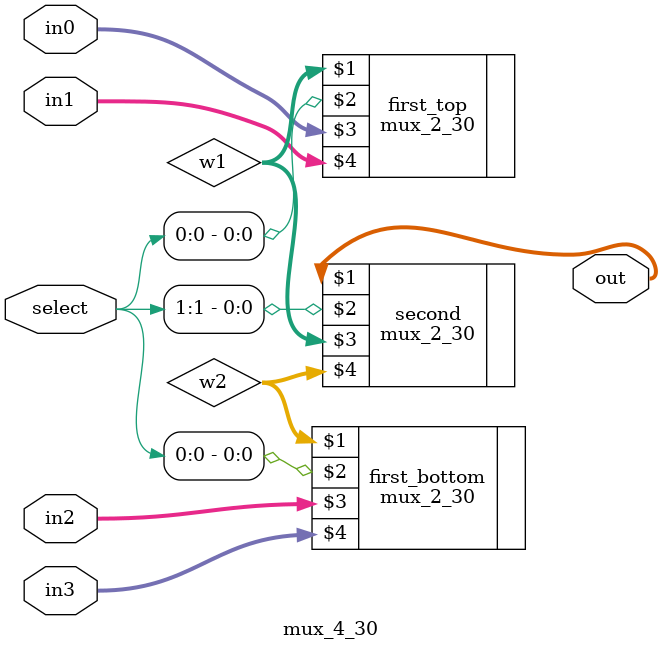
<source format=v>
module mux_4_30(out,select,in0,in1,in2,in3);
    input [1:0] select;
    input [29:0] in0, in1, in2, in3;
    output [29:0] out;
    wire [29:0] w1,w2;

    mux_2_30 first_top(w1,select[0],in0,in1);
    mux_2_30 first_bottom(w2,select[0],in2,in3);
    mux_2_30 second(out,select[1],w1,w2);

endmodule
</source>
